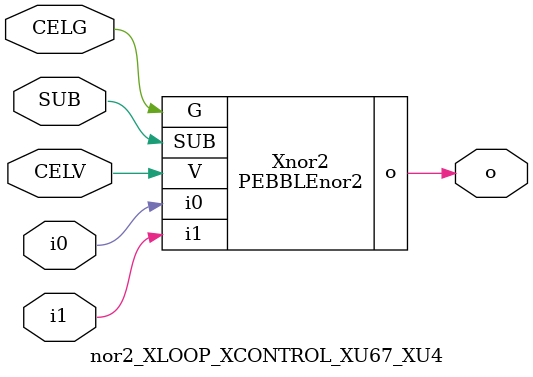
<source format=v>



module PEBBLEnor2 ( o, G, SUB, V, i0, i1 );

  input i0;
  input V;
  input i1;
  input G;
  output o;
  input SUB;
endmodule

//Celera Confidential Do Not Copy nor2_XLOOP_XCONTROL_XU67_XU4
//Celera Confidential Symbol Generator
//nor2
module nor2_XLOOP_XCONTROL_XU67_XU4 (CELV,CELG,i0,i1,o,SUB);
input CELV;
input CELG;
input i0;
input i1;
input SUB;
output o;

//Celera Confidential Do Not Copy nor2
PEBBLEnor2 Xnor2(
.V (CELV),
.i0 (i0),
.i1 (i1),
.o (o),
.SUB (SUB),
.G (CELG)
);
//,diesize,PEBBLEnor2

//Celera Confidential Do Not Copy Module End
//Celera Schematic Generator
endmodule

</source>
